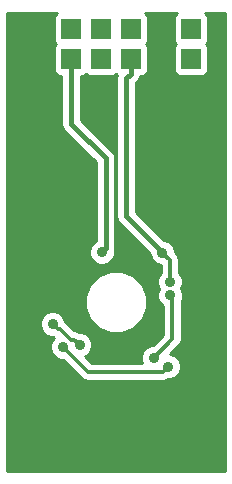
<source format=gbr>
G04 #@! TF.FileFunction,Copper,L1,Top,Signal*
%FSLAX46Y46*%
G04 Gerber Fmt 4.6, Leading zero omitted, Abs format (unit mm)*
G04 Created by KiCad (PCBNEW (2015-05-13 BZR 5653)-product) date 7. 1. 2016 8:57:19*
%MOMM*%
G01*
G04 APERTURE LIST*
%ADD10C,0.100000*%
%ADD11R,1.651000X1.651000*%
%ADD12C,6.000000*%
%ADD13C,0.889000*%
%ADD14C,0.300000*%
%ADD15C,0.400000*%
%ADD16C,0.254000*%
G04 APERTURE END LIST*
D10*
D11*
X136430000Y-79186000D03*
X128810000Y-76646000D03*
X133890000Y-76646000D03*
X128810000Y-79186000D03*
X138970000Y-76646000D03*
X136430000Y-76646000D03*
X131350000Y-76646000D03*
X138970000Y-79186000D03*
X131350000Y-79186000D03*
X133890000Y-79186000D03*
X141510000Y-79186000D03*
X141510000Y-76646000D03*
D12*
X130080000Y-109920000D03*
X140240000Y-109920000D03*
X140240000Y-89600000D03*
X130080000Y-89600000D03*
D13*
X127793996Y-96966000D03*
X130842000Y-96458010D03*
X139605000Y-105221000D03*
X130674510Y-103546990D03*
X139097000Y-95569000D03*
X139726668Y-98037617D03*
X133972073Y-95524073D03*
X138344689Y-104465459D03*
X139757382Y-99180206D03*
X132080000Y-103378000D03*
X129794000Y-101600000D03*
D14*
X132793019Y-105665499D02*
X130674510Y-103546990D01*
X139160501Y-105665499D02*
X132793019Y-105665499D01*
X139605000Y-105221000D02*
X139160501Y-105665499D01*
D15*
X136430000Y-79186000D02*
X136430000Y-80411500D01*
X136430000Y-80411500D02*
X136039999Y-80801501D01*
X136039999Y-80801501D02*
X136039999Y-92511999D01*
X136039999Y-92511999D02*
X138652501Y-95124501D01*
X138652501Y-95124501D02*
X139097000Y-95569000D01*
D14*
X139726668Y-96198668D02*
X139097000Y-95569000D01*
X139726668Y-98037617D02*
X139726668Y-96198668D01*
D15*
X131350000Y-79186000D02*
X131350000Y-84653998D01*
X131350000Y-84653998D02*
X134280001Y-87583999D01*
X134280001Y-87583999D02*
X134280001Y-95216145D01*
X134280001Y-95216145D02*
X133972073Y-95524073D01*
D14*
X139943502Y-99366326D02*
X139757382Y-99180206D01*
X139943502Y-102866646D02*
X139943502Y-100491488D01*
X138344689Y-104465459D02*
X139943502Y-102866646D01*
X139943502Y-100491488D02*
X139943502Y-99366326D01*
X130238499Y-102044499D02*
X129794000Y-101600000D01*
X130427801Y-102044499D02*
X130238499Y-102044499D01*
X131316803Y-102933501D02*
X130427801Y-102044499D01*
X131635501Y-102933501D02*
X131316803Y-102933501D01*
X132080000Y-103378000D02*
X131635501Y-102933501D01*
D16*
G36*
X144379000Y-114059000D02*
X125941000Y-114059000D01*
X125941000Y-75301000D01*
X130159126Y-75301000D01*
X130069573Y-75359827D01*
X129927123Y-75570860D01*
X129877060Y-75820500D01*
X129877060Y-77471500D01*
X129924037Y-77713623D01*
X130057805Y-77917260D01*
X129927123Y-78110860D01*
X129877060Y-78360500D01*
X129877060Y-80011500D01*
X129924037Y-80253623D01*
X130063827Y-80466427D01*
X130274860Y-80608877D01*
X130515000Y-80657034D01*
X130515000Y-84653998D01*
X130578561Y-84973539D01*
X130759566Y-85244432D01*
X133445001Y-87929867D01*
X133445001Y-94573834D01*
X133361384Y-94608384D01*
X133057451Y-94911787D01*
X132892760Y-95308405D01*
X132892386Y-95737857D01*
X133056384Y-96134762D01*
X133359787Y-96438695D01*
X133756405Y-96603386D01*
X134185857Y-96603760D01*
X134582762Y-96439762D01*
X134886695Y-96136359D01*
X135051386Y-95739741D01*
X135051564Y-95535061D01*
X135051564Y-95535060D01*
X135115001Y-95216145D01*
X135115001Y-87583999D01*
X135051440Y-87264459D01*
X135051440Y-87264458D01*
X134870435Y-86993565D01*
X132185000Y-84308130D01*
X132185000Y-80657096D01*
X132417623Y-80611963D01*
X132621260Y-80478194D01*
X132814860Y-80608877D01*
X133064500Y-80658940D01*
X134715500Y-80658940D01*
X134957623Y-80611963D01*
X135161260Y-80478194D01*
X135256518Y-80542495D01*
X135204999Y-80801501D01*
X135204999Y-92511999D01*
X135268560Y-92831540D01*
X135449565Y-93102433D01*
X138017410Y-95670278D01*
X138017313Y-95782784D01*
X138181311Y-96179689D01*
X138484714Y-96483622D01*
X138881332Y-96648313D01*
X138941668Y-96648365D01*
X138941668Y-97295935D01*
X138812046Y-97425331D01*
X138647355Y-97821949D01*
X138646981Y-98251401D01*
X138810181Y-98646376D01*
X138678069Y-98964538D01*
X138677695Y-99393990D01*
X138841693Y-99790895D01*
X139145096Y-100094828D01*
X139158502Y-100100394D01*
X139158502Y-100491488D01*
X139158502Y-102541488D01*
X138314058Y-103385931D01*
X138130905Y-103385772D01*
X137795457Y-103524376D01*
X137795457Y-99238166D01*
X137395147Y-98269342D01*
X136654557Y-97527458D01*
X135686433Y-97125458D01*
X134638166Y-97124543D01*
X133669342Y-97524853D01*
X132927458Y-98265443D01*
X132525458Y-99233567D01*
X132524543Y-100281834D01*
X132924853Y-101250658D01*
X133665443Y-101992542D01*
X134633567Y-102394542D01*
X135681834Y-102395457D01*
X136650658Y-101995147D01*
X137392542Y-101254557D01*
X137794542Y-100286433D01*
X137795457Y-99238166D01*
X137795457Y-103524376D01*
X137734000Y-103549770D01*
X137430067Y-103853173D01*
X137265376Y-104249791D01*
X137265002Y-104679243D01*
X137348159Y-104880499D01*
X133118177Y-104880499D01*
X132577949Y-104340271D01*
X132690689Y-104293689D01*
X132994622Y-103990286D01*
X133159313Y-103593668D01*
X133159687Y-103164216D01*
X132995689Y-102767311D01*
X132692286Y-102463378D01*
X132295668Y-102298687D01*
X132070954Y-102298491D01*
X131935908Y-102208256D01*
X131643565Y-102150105D01*
X130982880Y-101489420D01*
X130873660Y-101416442D01*
X130873687Y-101386216D01*
X130709689Y-100989311D01*
X130406286Y-100685378D01*
X130009668Y-100520687D01*
X129580216Y-100520313D01*
X129183311Y-100684311D01*
X128879378Y-100987714D01*
X128714687Y-101384332D01*
X128714313Y-101813784D01*
X128878311Y-102210689D01*
X129181714Y-102514622D01*
X129578332Y-102679313D01*
X129803045Y-102679508D01*
X129930331Y-102764557D01*
X129759888Y-102934704D01*
X129595197Y-103331322D01*
X129594823Y-103760774D01*
X129758821Y-104157679D01*
X130062224Y-104461612D01*
X130458842Y-104626303D01*
X130643826Y-104626464D01*
X132237940Y-106220578D01*
X132492612Y-106390744D01*
X132492613Y-106390744D01*
X132793019Y-106450499D01*
X139160501Y-106450499D01*
X139460907Y-106390744D01*
X139460908Y-106390744D01*
X139595978Y-106300492D01*
X139818784Y-106300687D01*
X140215689Y-106136689D01*
X140519622Y-105833286D01*
X140684313Y-105436668D01*
X140684687Y-105007216D01*
X140520689Y-104610311D01*
X140217286Y-104306378D01*
X139820668Y-104141687D01*
X139778655Y-104141650D01*
X140498581Y-103421725D01*
X140668747Y-103167053D01*
X140668747Y-103167052D01*
X140728502Y-102866646D01*
X140728502Y-100491488D01*
X140728502Y-99656430D01*
X140836695Y-99395874D01*
X140837069Y-98966422D01*
X140673868Y-98571446D01*
X140805981Y-98253285D01*
X140806355Y-97823833D01*
X140642357Y-97426928D01*
X140511668Y-97296010D01*
X140511668Y-96198668D01*
X140451913Y-95898262D01*
X140451913Y-95898261D01*
X140281747Y-95643589D01*
X140176527Y-95538369D01*
X140176687Y-95355216D01*
X140012689Y-94958311D01*
X139709286Y-94654378D01*
X139312668Y-94489687D01*
X139198455Y-94489587D01*
X136874999Y-92166131D01*
X136874999Y-81147369D01*
X137020434Y-81001934D01*
X137201439Y-80731041D01*
X137201440Y-80731040D01*
X137215781Y-80658940D01*
X137255500Y-80658940D01*
X137497623Y-80611963D01*
X137710427Y-80472173D01*
X137852877Y-80261140D01*
X137902940Y-80011500D01*
X137902940Y-78360500D01*
X137855963Y-78118377D01*
X137722194Y-77914739D01*
X137852877Y-77721140D01*
X137902940Y-77471500D01*
X137902940Y-75820500D01*
X137855963Y-75578377D01*
X137716173Y-75365573D01*
X137620511Y-75301000D01*
X140319126Y-75301000D01*
X140229573Y-75359827D01*
X140087123Y-75570860D01*
X140037060Y-75820500D01*
X140037060Y-77471500D01*
X140084037Y-77713623D01*
X140217805Y-77917260D01*
X140087123Y-78110860D01*
X140037060Y-78360500D01*
X140037060Y-80011500D01*
X140084037Y-80253623D01*
X140223827Y-80466427D01*
X140434860Y-80608877D01*
X140684500Y-80658940D01*
X142335500Y-80658940D01*
X142577623Y-80611963D01*
X142790427Y-80472173D01*
X142932877Y-80261140D01*
X142982940Y-80011500D01*
X142982940Y-78360500D01*
X142935963Y-78118377D01*
X142802194Y-77914739D01*
X142932877Y-77721140D01*
X142982940Y-77471500D01*
X142982940Y-75820500D01*
X142935963Y-75578377D01*
X142796173Y-75365573D01*
X142700511Y-75301000D01*
X144379000Y-75301000D01*
X144379000Y-114059000D01*
X144379000Y-114059000D01*
G37*
X144379000Y-114059000D02*
X125941000Y-114059000D01*
X125941000Y-75301000D01*
X130159126Y-75301000D01*
X130069573Y-75359827D01*
X129927123Y-75570860D01*
X129877060Y-75820500D01*
X129877060Y-77471500D01*
X129924037Y-77713623D01*
X130057805Y-77917260D01*
X129927123Y-78110860D01*
X129877060Y-78360500D01*
X129877060Y-80011500D01*
X129924037Y-80253623D01*
X130063827Y-80466427D01*
X130274860Y-80608877D01*
X130515000Y-80657034D01*
X130515000Y-84653998D01*
X130578561Y-84973539D01*
X130759566Y-85244432D01*
X133445001Y-87929867D01*
X133445001Y-94573834D01*
X133361384Y-94608384D01*
X133057451Y-94911787D01*
X132892760Y-95308405D01*
X132892386Y-95737857D01*
X133056384Y-96134762D01*
X133359787Y-96438695D01*
X133756405Y-96603386D01*
X134185857Y-96603760D01*
X134582762Y-96439762D01*
X134886695Y-96136359D01*
X135051386Y-95739741D01*
X135051564Y-95535061D01*
X135051564Y-95535060D01*
X135115001Y-95216145D01*
X135115001Y-87583999D01*
X135051440Y-87264459D01*
X135051440Y-87264458D01*
X134870435Y-86993565D01*
X132185000Y-84308130D01*
X132185000Y-80657096D01*
X132417623Y-80611963D01*
X132621260Y-80478194D01*
X132814860Y-80608877D01*
X133064500Y-80658940D01*
X134715500Y-80658940D01*
X134957623Y-80611963D01*
X135161260Y-80478194D01*
X135256518Y-80542495D01*
X135204999Y-80801501D01*
X135204999Y-92511999D01*
X135268560Y-92831540D01*
X135449565Y-93102433D01*
X138017410Y-95670278D01*
X138017313Y-95782784D01*
X138181311Y-96179689D01*
X138484714Y-96483622D01*
X138881332Y-96648313D01*
X138941668Y-96648365D01*
X138941668Y-97295935D01*
X138812046Y-97425331D01*
X138647355Y-97821949D01*
X138646981Y-98251401D01*
X138810181Y-98646376D01*
X138678069Y-98964538D01*
X138677695Y-99393990D01*
X138841693Y-99790895D01*
X139145096Y-100094828D01*
X139158502Y-100100394D01*
X139158502Y-100491488D01*
X139158502Y-102541488D01*
X138314058Y-103385931D01*
X138130905Y-103385772D01*
X137795457Y-103524376D01*
X137795457Y-99238166D01*
X137395147Y-98269342D01*
X136654557Y-97527458D01*
X135686433Y-97125458D01*
X134638166Y-97124543D01*
X133669342Y-97524853D01*
X132927458Y-98265443D01*
X132525458Y-99233567D01*
X132524543Y-100281834D01*
X132924853Y-101250658D01*
X133665443Y-101992542D01*
X134633567Y-102394542D01*
X135681834Y-102395457D01*
X136650658Y-101995147D01*
X137392542Y-101254557D01*
X137794542Y-100286433D01*
X137795457Y-99238166D01*
X137795457Y-103524376D01*
X137734000Y-103549770D01*
X137430067Y-103853173D01*
X137265376Y-104249791D01*
X137265002Y-104679243D01*
X137348159Y-104880499D01*
X133118177Y-104880499D01*
X132577949Y-104340271D01*
X132690689Y-104293689D01*
X132994622Y-103990286D01*
X133159313Y-103593668D01*
X133159687Y-103164216D01*
X132995689Y-102767311D01*
X132692286Y-102463378D01*
X132295668Y-102298687D01*
X132070954Y-102298491D01*
X131935908Y-102208256D01*
X131643565Y-102150105D01*
X130982880Y-101489420D01*
X130873660Y-101416442D01*
X130873687Y-101386216D01*
X130709689Y-100989311D01*
X130406286Y-100685378D01*
X130009668Y-100520687D01*
X129580216Y-100520313D01*
X129183311Y-100684311D01*
X128879378Y-100987714D01*
X128714687Y-101384332D01*
X128714313Y-101813784D01*
X128878311Y-102210689D01*
X129181714Y-102514622D01*
X129578332Y-102679313D01*
X129803045Y-102679508D01*
X129930331Y-102764557D01*
X129759888Y-102934704D01*
X129595197Y-103331322D01*
X129594823Y-103760774D01*
X129758821Y-104157679D01*
X130062224Y-104461612D01*
X130458842Y-104626303D01*
X130643826Y-104626464D01*
X132237940Y-106220578D01*
X132492612Y-106390744D01*
X132492613Y-106390744D01*
X132793019Y-106450499D01*
X139160501Y-106450499D01*
X139460907Y-106390744D01*
X139460908Y-106390744D01*
X139595978Y-106300492D01*
X139818784Y-106300687D01*
X140215689Y-106136689D01*
X140519622Y-105833286D01*
X140684313Y-105436668D01*
X140684687Y-105007216D01*
X140520689Y-104610311D01*
X140217286Y-104306378D01*
X139820668Y-104141687D01*
X139778655Y-104141650D01*
X140498581Y-103421725D01*
X140668747Y-103167053D01*
X140668747Y-103167052D01*
X140728502Y-102866646D01*
X140728502Y-100491488D01*
X140728502Y-99656430D01*
X140836695Y-99395874D01*
X140837069Y-98966422D01*
X140673868Y-98571446D01*
X140805981Y-98253285D01*
X140806355Y-97823833D01*
X140642357Y-97426928D01*
X140511668Y-97296010D01*
X140511668Y-96198668D01*
X140451913Y-95898262D01*
X140451913Y-95898261D01*
X140281747Y-95643589D01*
X140176527Y-95538369D01*
X140176687Y-95355216D01*
X140012689Y-94958311D01*
X139709286Y-94654378D01*
X139312668Y-94489687D01*
X139198455Y-94489587D01*
X136874999Y-92166131D01*
X136874999Y-81147369D01*
X137020434Y-81001934D01*
X137201439Y-80731041D01*
X137201440Y-80731040D01*
X137215781Y-80658940D01*
X137255500Y-80658940D01*
X137497623Y-80611963D01*
X137710427Y-80472173D01*
X137852877Y-80261140D01*
X137902940Y-80011500D01*
X137902940Y-78360500D01*
X137855963Y-78118377D01*
X137722194Y-77914739D01*
X137852877Y-77721140D01*
X137902940Y-77471500D01*
X137902940Y-75820500D01*
X137855963Y-75578377D01*
X137716173Y-75365573D01*
X137620511Y-75301000D01*
X140319126Y-75301000D01*
X140229573Y-75359827D01*
X140087123Y-75570860D01*
X140037060Y-75820500D01*
X140037060Y-77471500D01*
X140084037Y-77713623D01*
X140217805Y-77917260D01*
X140087123Y-78110860D01*
X140037060Y-78360500D01*
X140037060Y-80011500D01*
X140084037Y-80253623D01*
X140223827Y-80466427D01*
X140434860Y-80608877D01*
X140684500Y-80658940D01*
X142335500Y-80658940D01*
X142577623Y-80611963D01*
X142790427Y-80472173D01*
X142932877Y-80261140D01*
X142982940Y-80011500D01*
X142982940Y-78360500D01*
X142935963Y-78118377D01*
X142802194Y-77914739D01*
X142932877Y-77721140D01*
X142982940Y-77471500D01*
X142982940Y-75820500D01*
X142935963Y-75578377D01*
X142796173Y-75365573D01*
X142700511Y-75301000D01*
X144379000Y-75301000D01*
X144379000Y-114059000D01*
M02*

</source>
